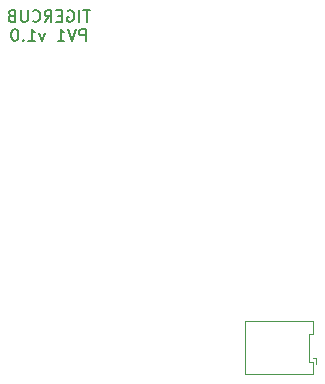
<source format=gbr>
%TF.GenerationSoftware,KiCad,Pcbnew,7.0.10*%
%TF.CreationDate,2024-04-17T22:45:22-04:00*%
%TF.ProjectId,pv1,7076312e-6b69-4636-9164-5f7063625858,rev?*%
%TF.SameCoordinates,Original*%
%TF.FileFunction,Legend,Bot*%
%TF.FilePolarity,Positive*%
%FSLAX46Y46*%
G04 Gerber Fmt 4.6, Leading zero omitted, Abs format (unit mm)*
G04 Created by KiCad (PCBNEW 7.0.10) date 2024-04-17 22:45:22*
%MOMM*%
%LPD*%
G01*
G04 APERTURE LIST*
%ADD10C,0.150000*%
%ADD11C,0.120000*%
G04 APERTURE END LIST*
D10*
X128799999Y-101759819D02*
X128228571Y-101759819D01*
X128514285Y-102759819D02*
X128514285Y-101759819D01*
X127895237Y-102759819D02*
X127895237Y-101759819D01*
X126895238Y-101807438D02*
X126990476Y-101759819D01*
X126990476Y-101759819D02*
X127133333Y-101759819D01*
X127133333Y-101759819D02*
X127276190Y-101807438D01*
X127276190Y-101807438D02*
X127371428Y-101902676D01*
X127371428Y-101902676D02*
X127419047Y-101997914D01*
X127419047Y-101997914D02*
X127466666Y-102188390D01*
X127466666Y-102188390D02*
X127466666Y-102331247D01*
X127466666Y-102331247D02*
X127419047Y-102521723D01*
X127419047Y-102521723D02*
X127371428Y-102616961D01*
X127371428Y-102616961D02*
X127276190Y-102712200D01*
X127276190Y-102712200D02*
X127133333Y-102759819D01*
X127133333Y-102759819D02*
X127038095Y-102759819D01*
X127038095Y-102759819D02*
X126895238Y-102712200D01*
X126895238Y-102712200D02*
X126847619Y-102664580D01*
X126847619Y-102664580D02*
X126847619Y-102331247D01*
X126847619Y-102331247D02*
X127038095Y-102331247D01*
X126419047Y-102236009D02*
X126085714Y-102236009D01*
X125942857Y-102759819D02*
X126419047Y-102759819D01*
X126419047Y-102759819D02*
X126419047Y-101759819D01*
X126419047Y-101759819D02*
X125942857Y-101759819D01*
X124942857Y-102759819D02*
X125276190Y-102283628D01*
X125514285Y-102759819D02*
X125514285Y-101759819D01*
X125514285Y-101759819D02*
X125133333Y-101759819D01*
X125133333Y-101759819D02*
X125038095Y-101807438D01*
X125038095Y-101807438D02*
X124990476Y-101855057D01*
X124990476Y-101855057D02*
X124942857Y-101950295D01*
X124942857Y-101950295D02*
X124942857Y-102093152D01*
X124942857Y-102093152D02*
X124990476Y-102188390D01*
X124990476Y-102188390D02*
X125038095Y-102236009D01*
X125038095Y-102236009D02*
X125133333Y-102283628D01*
X125133333Y-102283628D02*
X125514285Y-102283628D01*
X123942857Y-102664580D02*
X123990476Y-102712200D01*
X123990476Y-102712200D02*
X124133333Y-102759819D01*
X124133333Y-102759819D02*
X124228571Y-102759819D01*
X124228571Y-102759819D02*
X124371428Y-102712200D01*
X124371428Y-102712200D02*
X124466666Y-102616961D01*
X124466666Y-102616961D02*
X124514285Y-102521723D01*
X124514285Y-102521723D02*
X124561904Y-102331247D01*
X124561904Y-102331247D02*
X124561904Y-102188390D01*
X124561904Y-102188390D02*
X124514285Y-101997914D01*
X124514285Y-101997914D02*
X124466666Y-101902676D01*
X124466666Y-101902676D02*
X124371428Y-101807438D01*
X124371428Y-101807438D02*
X124228571Y-101759819D01*
X124228571Y-101759819D02*
X124133333Y-101759819D01*
X124133333Y-101759819D02*
X123990476Y-101807438D01*
X123990476Y-101807438D02*
X123942857Y-101855057D01*
X123514285Y-101759819D02*
X123514285Y-102569342D01*
X123514285Y-102569342D02*
X123466666Y-102664580D01*
X123466666Y-102664580D02*
X123419047Y-102712200D01*
X123419047Y-102712200D02*
X123323809Y-102759819D01*
X123323809Y-102759819D02*
X123133333Y-102759819D01*
X123133333Y-102759819D02*
X123038095Y-102712200D01*
X123038095Y-102712200D02*
X122990476Y-102664580D01*
X122990476Y-102664580D02*
X122942857Y-102569342D01*
X122942857Y-102569342D02*
X122942857Y-101759819D01*
X122133333Y-102236009D02*
X121990476Y-102283628D01*
X121990476Y-102283628D02*
X121942857Y-102331247D01*
X121942857Y-102331247D02*
X121895238Y-102426485D01*
X121895238Y-102426485D02*
X121895238Y-102569342D01*
X121895238Y-102569342D02*
X121942857Y-102664580D01*
X121942857Y-102664580D02*
X121990476Y-102712200D01*
X121990476Y-102712200D02*
X122085714Y-102759819D01*
X122085714Y-102759819D02*
X122466666Y-102759819D01*
X122466666Y-102759819D02*
X122466666Y-101759819D01*
X122466666Y-101759819D02*
X122133333Y-101759819D01*
X122133333Y-101759819D02*
X122038095Y-101807438D01*
X122038095Y-101807438D02*
X121990476Y-101855057D01*
X121990476Y-101855057D02*
X121942857Y-101950295D01*
X121942857Y-101950295D02*
X121942857Y-102045533D01*
X121942857Y-102045533D02*
X121990476Y-102140771D01*
X121990476Y-102140771D02*
X122038095Y-102188390D01*
X122038095Y-102188390D02*
X122133333Y-102236009D01*
X122133333Y-102236009D02*
X122466666Y-102236009D01*
X128419047Y-104369819D02*
X128419047Y-103369819D01*
X128419047Y-103369819D02*
X128038095Y-103369819D01*
X128038095Y-103369819D02*
X127942857Y-103417438D01*
X127942857Y-103417438D02*
X127895238Y-103465057D01*
X127895238Y-103465057D02*
X127847619Y-103560295D01*
X127847619Y-103560295D02*
X127847619Y-103703152D01*
X127847619Y-103703152D02*
X127895238Y-103798390D01*
X127895238Y-103798390D02*
X127942857Y-103846009D01*
X127942857Y-103846009D02*
X128038095Y-103893628D01*
X128038095Y-103893628D02*
X128419047Y-103893628D01*
X127561904Y-103369819D02*
X127228571Y-104369819D01*
X127228571Y-104369819D02*
X126895238Y-103369819D01*
X126038095Y-104369819D02*
X126609523Y-104369819D01*
X126323809Y-104369819D02*
X126323809Y-103369819D01*
X126323809Y-103369819D02*
X126419047Y-103512676D01*
X126419047Y-103512676D02*
X126514285Y-103607914D01*
X126514285Y-103607914D02*
X126609523Y-103655533D01*
X124942856Y-103703152D02*
X124704761Y-104369819D01*
X124704761Y-104369819D02*
X124466666Y-103703152D01*
X123561904Y-104369819D02*
X124133332Y-104369819D01*
X123847618Y-104369819D02*
X123847618Y-103369819D01*
X123847618Y-103369819D02*
X123942856Y-103512676D01*
X123942856Y-103512676D02*
X124038094Y-103607914D01*
X124038094Y-103607914D02*
X124133332Y-103655533D01*
X123133332Y-104274580D02*
X123085713Y-104322200D01*
X123085713Y-104322200D02*
X123133332Y-104369819D01*
X123133332Y-104369819D02*
X123180951Y-104322200D01*
X123180951Y-104322200D02*
X123133332Y-104274580D01*
X123133332Y-104274580D02*
X123133332Y-104369819D01*
X122466666Y-103369819D02*
X122371428Y-103369819D01*
X122371428Y-103369819D02*
X122276190Y-103417438D01*
X122276190Y-103417438D02*
X122228571Y-103465057D01*
X122228571Y-103465057D02*
X122180952Y-103560295D01*
X122180952Y-103560295D02*
X122133333Y-103750771D01*
X122133333Y-103750771D02*
X122133333Y-103988866D01*
X122133333Y-103988866D02*
X122180952Y-104179342D01*
X122180952Y-104179342D02*
X122228571Y-104274580D01*
X122228571Y-104274580D02*
X122276190Y-104322200D01*
X122276190Y-104322200D02*
X122371428Y-104369819D01*
X122371428Y-104369819D02*
X122466666Y-104369819D01*
X122466666Y-104369819D02*
X122561904Y-104322200D01*
X122561904Y-104322200D02*
X122609523Y-104274580D01*
X122609523Y-104274580D02*
X122657142Y-104179342D01*
X122657142Y-104179342D02*
X122704761Y-103988866D01*
X122704761Y-103988866D02*
X122704761Y-103750771D01*
X122704761Y-103750771D02*
X122657142Y-103560295D01*
X122657142Y-103560295D02*
X122609523Y-103465057D01*
X122609523Y-103465057D02*
X122561904Y-103417438D01*
X122561904Y-103417438D02*
X122466666Y-103369819D01*
D11*
%TO.C,J1*%
X141940000Y-132585000D02*
X141940000Y-130350000D01*
X147660000Y-132585000D02*
X141940000Y-132585000D01*
X147360000Y-131515000D02*
X147660000Y-131515000D01*
X147660000Y-131515000D02*
X147660000Y-132585000D01*
X147650000Y-131225000D02*
X147950000Y-131225000D01*
X147950000Y-131225000D02*
X147950000Y-131725000D01*
X147360000Y-130350000D02*
X147360000Y-131515000D01*
X147360000Y-130350000D02*
X147360000Y-129185000D01*
X147360000Y-129185000D02*
X147660000Y-129185000D01*
X147660000Y-129185000D02*
X147660000Y-128115000D01*
X141940000Y-128115000D02*
X141940000Y-130350000D01*
X147660000Y-128115000D02*
X141940000Y-128115000D01*
%TD*%
M02*

</source>
